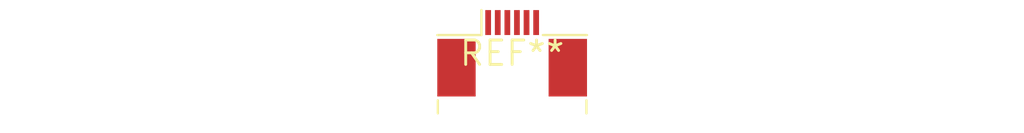
<source format=kicad_pcb>
(kicad_pcb (version 20240108) (generator pcbnew)
  (layers (0 "F.Cu" signal) (31 "B.Cu" signal) (34 "B.Paste" user) (35 "F.Paste" user) (36 "B.SilkS" user "B.Silkscreen") (37 "F.SilkS" user "F.Silkscreen") (38 "B.Mask" user) (39 "F.Mask" user) (44 "Edge.Cuts" user))
  (net 0 "")
  (footprint "Jushuo_AFC07-S06FCA-00_1x6-1MP_P0.50_Horizontal" (layer "F.Cu") (at 0 0)
    (property "Reference" "REF**")
    (property "Value" "Jushuo_AFC07-S06FCA-00_1x6-1MP_P0.50_Horizontal")
    (fp_line (start -3.87 2.45) (end -3.87 3.13) (layer "F.SilkS") (stroke (width 0.12)))
    (fp_line (start -1.6 -0.95) (end -3.9 -0.95) (layer "F.SilkS") (stroke (width 0.12)))
    (fp_line (start -1.6 -0.95) (end -1.6 -2.25) (layer "F.SilkS") (stroke (width 0.12)))
    (fp_line (start 1.6 -0.95) (end 3.9 -0.95) (layer "F.SilkS") (stroke (width 0.12)))
    (fp_line (start 3.87 2.45) (end 3.87 3.13) (layer "F.SilkS") (stroke (width 0.12)))
    (pad "1" smd rect (at -1.25 -1.6) (size 0.3 1.3) (layers "F.Cu" "F.Paste" "F.Mask"))
    (pad "2" smd rect (at -0.75 -1.6) (size 0.3 1.3) (layers "F.Cu" "F.Paste" "F.Mask"))
    (pad "3" smd rect (at -0.25 -1.6) (size 0.3 1.3) (layers "F.Cu" "F.Paste" "F.Mask"))
    (pad "4" smd rect (at 0.25 -1.6) (size 0.3 1.3) (layers "F.Cu" "F.Paste" "F.Mask"))
    (pad "5" smd rect (at 0.75 -1.6) (size 0.3 1.3) (layers "F.Cu" "F.Paste" "F.Mask"))
    (pad "6" smd rect (at 1.25 -1.6) (size 0.3 1.3) (layers "F.Cu" "F.Paste" "F.Mask"))
    (pad "MP" smd rect (at -2.9 0.75) (size 2 3) (layers "F.Cu" "F.Paste" "F.Mask"))
    (pad "MP" smd rect (at 2.9 0.75) (size 2 3) (layers "F.Cu" "F.Paste" "F.Mask"))
  )
)
</source>
